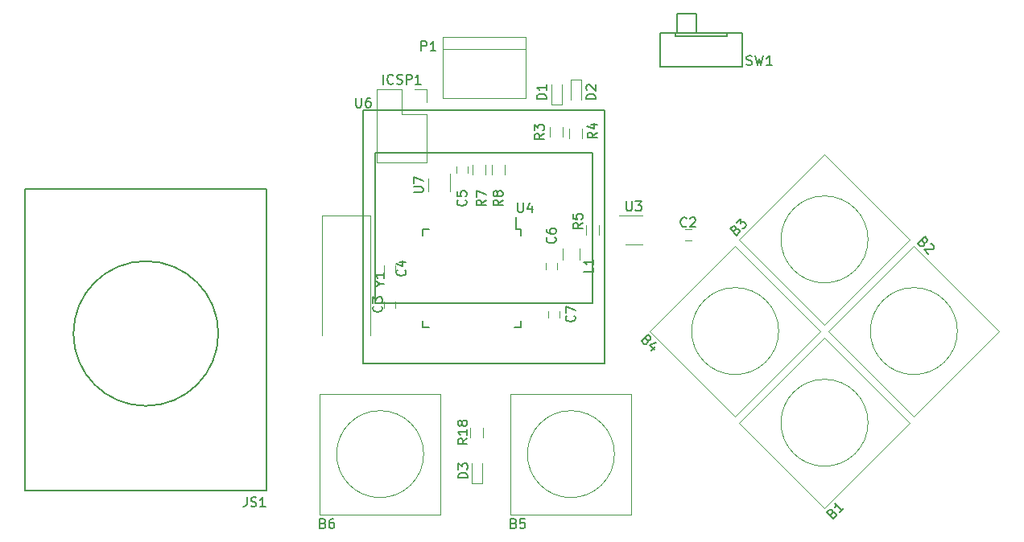
<source format=gbr>
G04 #@! TF.FileFunction,Legend,Top*
%FSLAX46Y46*%
G04 Gerber Fmt 4.6, Leading zero omitted, Abs format (unit mm)*
G04 Created by KiCad (PCBNEW 4.0.5) date 03/21/17 19:18:11*
%MOMM*%
%LPD*%
G01*
G04 APERTURE LIST*
%ADD10C,0.100000*%
%ADD11C,0.120000*%
%ADD12C,0.150000*%
G04 APERTURE END LIST*
D10*
D11*
X85404000Y-145796000D02*
X85404000Y-150936000D01*
X85404000Y-150936000D02*
X80204000Y-150936000D01*
X80204000Y-150936000D02*
X80204000Y-143196000D01*
X80204000Y-143196000D02*
X82804000Y-143196000D01*
X82804000Y-143196000D02*
X82804000Y-145796000D01*
X82804000Y-145796000D02*
X85404000Y-145796000D01*
X85404000Y-144526000D02*
X85404000Y-143196000D01*
X85404000Y-143196000D02*
X84134000Y-143196000D01*
D12*
X95345000Y-157893000D02*
X94770000Y-157893000D01*
X95345000Y-168243000D02*
X94670000Y-168243000D01*
X84995000Y-168243000D02*
X85670000Y-168243000D01*
X84995000Y-157893000D02*
X85670000Y-157893000D01*
X95345000Y-157893000D02*
X95345000Y-158568000D01*
X84995000Y-157893000D02*
X84995000Y-158568000D01*
X84995000Y-168243000D02*
X84995000Y-167568000D01*
X95345000Y-168243000D02*
X95345000Y-167568000D01*
X94770000Y-157893000D02*
X94770000Y-156618000D01*
D11*
X122435050Y-168656000D02*
G75*
G03X122435050Y-168656000I-4579050J0D01*
G01*
X117856000Y-159675744D02*
X126836256Y-168656000D01*
X126836256Y-168656000D02*
X117856000Y-177636256D01*
X117856000Y-177636256D02*
X108875744Y-168656000D01*
X108875744Y-168656000D02*
X117856000Y-159675744D01*
X131833050Y-178308000D02*
G75*
G03X131833050Y-178308000I-4579050J0D01*
G01*
X118273744Y-178308000D02*
X127254000Y-169327744D01*
X127254000Y-169327744D02*
X136234256Y-178308000D01*
X136234256Y-178308000D02*
X127254000Y-187288256D01*
X127254000Y-187288256D02*
X118273744Y-178308000D01*
X92284000Y-152138000D02*
X92284000Y-151138000D01*
X93644000Y-151138000D02*
X93644000Y-152138000D01*
X141231050Y-168656000D02*
G75*
G03X141231050Y-168656000I-4579050J0D01*
G01*
X136652000Y-177636256D02*
X127671744Y-168656000D01*
X127671744Y-168656000D02*
X136652000Y-159675744D01*
X136652000Y-159675744D02*
X145632256Y-168656000D01*
X145632256Y-168656000D02*
X136652000Y-177636256D01*
X131833050Y-159004000D02*
G75*
G03X131833050Y-159004000I-4579050J0D01*
G01*
X136234256Y-159004000D02*
X127254000Y-167984256D01*
X127254000Y-167984256D02*
X118273744Y-159004000D01*
X118273744Y-159004000D02*
X127254000Y-150023744D01*
X127254000Y-150023744D02*
X136234256Y-159004000D01*
X105163050Y-181610000D02*
G75*
G03X105163050Y-181610000I-4579050J0D01*
G01*
X106934000Y-187960000D02*
X94234000Y-187960000D01*
X94234000Y-187960000D02*
X94234000Y-175260000D01*
X94234000Y-175260000D02*
X106934000Y-175260000D01*
X106934000Y-175260000D02*
X106934000Y-187960000D01*
X85097050Y-181610000D02*
G75*
G03X85097050Y-181610000I-4579050J0D01*
G01*
X86868000Y-187960000D02*
X74168000Y-187960000D01*
X74168000Y-187960000D02*
X74168000Y-175260000D01*
X74168000Y-175260000D02*
X86868000Y-175260000D01*
X86868000Y-175260000D02*
X86868000Y-187960000D01*
X112553000Y-157896000D02*
X113253000Y-157896000D01*
X113253000Y-159096000D02*
X112553000Y-159096000D01*
X80934000Y-166212000D02*
X80934000Y-165512000D01*
X82134000Y-165512000D02*
X82134000Y-166212000D01*
X82134000Y-161702000D02*
X82134000Y-162402000D01*
X80934000Y-162402000D02*
X80934000Y-161702000D01*
X89754000Y-151288000D02*
X89754000Y-151988000D01*
X88554000Y-151988000D02*
X88554000Y-151288000D01*
X97952000Y-162148000D02*
X97952000Y-161448000D01*
X99152000Y-161448000D02*
X99152000Y-162148000D01*
X99406000Y-166528000D02*
X99406000Y-167228000D01*
X98206000Y-167228000D02*
X98206000Y-166528000D01*
X98510000Y-144810000D02*
X99610000Y-144810000D01*
X99610000Y-144810000D02*
X99610000Y-142710000D01*
X98510000Y-144810000D02*
X98510000Y-142710000D01*
X101642000Y-142210000D02*
X100542000Y-142210000D01*
X100542000Y-142210000D02*
X100542000Y-144310000D01*
X101642000Y-142210000D02*
X101642000Y-144310000D01*
X90128000Y-184688000D02*
X91228000Y-184688000D01*
X91228000Y-184688000D02*
X91228000Y-182588000D01*
X90128000Y-184688000D02*
X90128000Y-182588000D01*
X101464000Y-159928000D02*
X101464000Y-161128000D01*
X99704000Y-161128000D02*
X99704000Y-159928000D01*
X95790000Y-137702000D02*
X87090000Y-137702000D01*
X95790000Y-144112000D02*
X87090000Y-144112000D01*
X87090000Y-144112000D02*
X87090000Y-137702000D01*
X87090000Y-138932000D02*
X95790000Y-138932000D01*
X95790000Y-137702000D02*
X95790000Y-144112000D01*
X99740000Y-147201000D02*
X99740000Y-148201000D01*
X98380000Y-148201000D02*
X98380000Y-147201000D01*
X100412000Y-148328000D02*
X100412000Y-147328000D01*
X101772000Y-147328000D02*
X101772000Y-148328000D01*
X102190000Y-158488000D02*
X102190000Y-157488000D01*
X103550000Y-157488000D02*
X103550000Y-158488000D01*
X90252000Y-152138000D02*
X90252000Y-151138000D01*
X91612000Y-151138000D02*
X91612000Y-152138000D01*
X91358000Y-178824000D02*
X91358000Y-179824000D01*
X89998000Y-179824000D02*
X89998000Y-178824000D01*
X106308000Y-159548000D02*
X108068000Y-159548000D01*
X108068000Y-156478000D02*
X105638000Y-156478000D01*
X87901000Y-153989000D02*
X87901000Y-152089000D01*
X85581000Y-152589000D02*
X85581000Y-153989000D01*
X79512000Y-169095000D02*
X79512000Y-156495000D01*
X79512000Y-156495000D02*
X74412000Y-156495000D01*
X74412000Y-156495000D02*
X74412000Y-169095000D01*
D12*
X63500000Y-168910000D02*
G75*
G03X63500000Y-168910000I-7620000J0D01*
G01*
X68580000Y-185420000D02*
X43180000Y-185420000D01*
X43180000Y-185420000D02*
X43180000Y-153670000D01*
X43180000Y-153670000D02*
X68580000Y-153670000D01*
X68580000Y-153670000D02*
X68580000Y-185420000D01*
X80010000Y-162560000D02*
X80010000Y-165735000D01*
X102870000Y-162560000D02*
X102870000Y-165735000D01*
X80010000Y-149860000D02*
X102870000Y-149860000D01*
X102870000Y-149860000D02*
X102870000Y-162560000D01*
X102870000Y-165735000D02*
X80010000Y-165735000D01*
X80010000Y-162560000D02*
X80010000Y-149860000D01*
X78740000Y-145415000D02*
X104140000Y-145415000D01*
X104140000Y-145415000D02*
X104140000Y-172085000D01*
X104140000Y-172085000D02*
X78740000Y-172085000D01*
X78740000Y-172085000D02*
X78740000Y-145415000D01*
X111773000Y-137227000D02*
X111773000Y-135227000D01*
X111773000Y-135227000D02*
X113773000Y-135227000D01*
X113773000Y-135227000D02*
X113773000Y-137227000D01*
X116973000Y-137627000D02*
X111673000Y-137627000D01*
X111673000Y-137627000D02*
X111573000Y-137627000D01*
X111573000Y-137627000D02*
X111573000Y-137227000D01*
X116973000Y-137227000D02*
X116973000Y-137627000D01*
X109973000Y-140827000D02*
X109973000Y-137227000D01*
X118573000Y-137227000D02*
X109973000Y-137227000D01*
X118573000Y-140827000D02*
X118573000Y-137227000D01*
X118573000Y-140827000D02*
X109973000Y-140827000D01*
X80851619Y-142648381D02*
X80851619Y-141648381D01*
X81899238Y-142553143D02*
X81851619Y-142600762D01*
X81708762Y-142648381D01*
X81613524Y-142648381D01*
X81470666Y-142600762D01*
X81375428Y-142505524D01*
X81327809Y-142410286D01*
X81280190Y-142219810D01*
X81280190Y-142076952D01*
X81327809Y-141886476D01*
X81375428Y-141791238D01*
X81470666Y-141696000D01*
X81613524Y-141648381D01*
X81708762Y-141648381D01*
X81851619Y-141696000D01*
X81899238Y-141743619D01*
X82280190Y-142600762D02*
X82423047Y-142648381D01*
X82661143Y-142648381D01*
X82756381Y-142600762D01*
X82804000Y-142553143D01*
X82851619Y-142457905D01*
X82851619Y-142362667D01*
X82804000Y-142267429D01*
X82756381Y-142219810D01*
X82661143Y-142172190D01*
X82470666Y-142124571D01*
X82375428Y-142076952D01*
X82327809Y-142029333D01*
X82280190Y-141934095D01*
X82280190Y-141838857D01*
X82327809Y-141743619D01*
X82375428Y-141696000D01*
X82470666Y-141648381D01*
X82708762Y-141648381D01*
X82851619Y-141696000D01*
X83280190Y-142648381D02*
X83280190Y-141648381D01*
X83661143Y-141648381D01*
X83756381Y-141696000D01*
X83804000Y-141743619D01*
X83851619Y-141838857D01*
X83851619Y-141981714D01*
X83804000Y-142076952D01*
X83756381Y-142124571D01*
X83661143Y-142172190D01*
X83280190Y-142172190D01*
X84804000Y-142648381D02*
X84232571Y-142648381D01*
X84518285Y-142648381D02*
X84518285Y-141648381D01*
X84423047Y-141791238D01*
X84327809Y-141886476D01*
X84232571Y-141934095D01*
X94996095Y-155154381D02*
X94996095Y-155963905D01*
X95043714Y-156059143D01*
X95091333Y-156106762D01*
X95186571Y-156154381D01*
X95377048Y-156154381D01*
X95472286Y-156106762D01*
X95519905Y-156059143D01*
X95567524Y-155963905D01*
X95567524Y-155154381D01*
X96472286Y-155487714D02*
X96472286Y-156154381D01*
X96234190Y-155106762D02*
X95996095Y-155821048D01*
X96615143Y-155821048D01*
X108603299Y-169589283D02*
X108670642Y-169723970D01*
X108670641Y-169791314D01*
X108636970Y-169892329D01*
X108535955Y-169993344D01*
X108434939Y-170027016D01*
X108367596Y-170027016D01*
X108266581Y-169993344D01*
X107997206Y-169723970D01*
X108704313Y-169016863D01*
X108940016Y-169252566D01*
X108973688Y-169353581D01*
X108973688Y-169420924D01*
X108940016Y-169521939D01*
X108872672Y-169589283D01*
X108771657Y-169622955D01*
X108704314Y-169622955D01*
X108603299Y-169589283D01*
X108367596Y-169353580D01*
X109478764Y-170262718D02*
X109007359Y-170734123D01*
X109579778Y-169824985D02*
X108906343Y-170161703D01*
X109344076Y-170599436D01*
X128060283Y-187814701D02*
X128194970Y-187747358D01*
X128262314Y-187747359D01*
X128363329Y-187781030D01*
X128464344Y-187882045D01*
X128498016Y-187983061D01*
X128498016Y-188050404D01*
X128464344Y-188151419D01*
X128194970Y-188420794D01*
X127487863Y-187713687D01*
X127723566Y-187477984D01*
X127824581Y-187444312D01*
X127891924Y-187444312D01*
X127992939Y-187477984D01*
X128060283Y-187545328D01*
X128093955Y-187646343D01*
X128093955Y-187713686D01*
X128060283Y-187814701D01*
X127824580Y-188050404D01*
X129272466Y-187343297D02*
X128868405Y-187747359D01*
X129070435Y-187545328D02*
X128363328Y-186838222D01*
X128397000Y-187006580D01*
X128397000Y-187141267D01*
X128363328Y-187242282D01*
X93416381Y-154852666D02*
X92940190Y-155186000D01*
X93416381Y-155424095D02*
X92416381Y-155424095D01*
X92416381Y-155043142D01*
X92464000Y-154947904D01*
X92511619Y-154900285D01*
X92606857Y-154852666D01*
X92749714Y-154852666D01*
X92844952Y-154900285D01*
X92892571Y-154947904D01*
X92940190Y-155043142D01*
X92940190Y-155424095D01*
X92844952Y-154281238D02*
X92797333Y-154376476D01*
X92749714Y-154424095D01*
X92654476Y-154471714D01*
X92606857Y-154471714D01*
X92511619Y-154424095D01*
X92464000Y-154376476D01*
X92416381Y-154281238D01*
X92416381Y-154090761D01*
X92464000Y-153995523D01*
X92511619Y-153947904D01*
X92606857Y-153900285D01*
X92654476Y-153900285D01*
X92749714Y-153947904D01*
X92797333Y-153995523D01*
X92844952Y-154090761D01*
X92844952Y-154281238D01*
X92892571Y-154376476D01*
X92940190Y-154424095D01*
X93035429Y-154471714D01*
X93225905Y-154471714D01*
X93321143Y-154424095D01*
X93368762Y-154376476D01*
X93416381Y-154281238D01*
X93416381Y-154090761D01*
X93368762Y-153995523D01*
X93321143Y-153947904D01*
X93225905Y-153900285D01*
X93035429Y-153900285D01*
X92940190Y-153947904D01*
X92892571Y-153995523D01*
X92844952Y-154090761D01*
X137686299Y-159302283D02*
X137753642Y-159436970D01*
X137753641Y-159504314D01*
X137719970Y-159605329D01*
X137618955Y-159706344D01*
X137517939Y-159740016D01*
X137450596Y-159740016D01*
X137349581Y-159706344D01*
X137080206Y-159436970D01*
X137787313Y-158729863D01*
X138023016Y-158965566D01*
X138056688Y-159066581D01*
X138056688Y-159133924D01*
X138023016Y-159234939D01*
X137955672Y-159302283D01*
X137854657Y-159335955D01*
X137787314Y-159335955D01*
X137686299Y-159302283D01*
X137450596Y-159066580D01*
X138393405Y-159470641D02*
X138460748Y-159470641D01*
X138561763Y-159504313D01*
X138730123Y-159672672D01*
X138763794Y-159773688D01*
X138763794Y-159841031D01*
X138730123Y-159942046D01*
X138662779Y-160009390D01*
X138528092Y-160076733D01*
X137719970Y-160076733D01*
X138157703Y-160514466D01*
X117900283Y-157969701D02*
X118034970Y-157902358D01*
X118102314Y-157902359D01*
X118203329Y-157936030D01*
X118304344Y-158037045D01*
X118338016Y-158138061D01*
X118338016Y-158205404D01*
X118304344Y-158306419D01*
X118034970Y-158575794D01*
X117327863Y-157868687D01*
X117563566Y-157632984D01*
X117664581Y-157599312D01*
X117731924Y-157599312D01*
X117832939Y-157632984D01*
X117900283Y-157700328D01*
X117933955Y-157801343D01*
X117933955Y-157868686D01*
X117900283Y-157969701D01*
X117664580Y-158205404D01*
X117967626Y-157228924D02*
X118405359Y-156791190D01*
X118439030Y-157296267D01*
X118540046Y-157195251D01*
X118641061Y-157161579D01*
X118708405Y-157161579D01*
X118809421Y-157195252D01*
X118977779Y-157363610D01*
X119011451Y-157464626D01*
X119011451Y-157531969D01*
X118977779Y-157632984D01*
X118775748Y-157835015D01*
X118674733Y-157868687D01*
X118607390Y-157868687D01*
X94591239Y-188904571D02*
X94734096Y-188952190D01*
X94781715Y-188999810D01*
X94829334Y-189095048D01*
X94829334Y-189237905D01*
X94781715Y-189333143D01*
X94734096Y-189380762D01*
X94638858Y-189428381D01*
X94257905Y-189428381D01*
X94257905Y-188428381D01*
X94591239Y-188428381D01*
X94686477Y-188476000D01*
X94734096Y-188523619D01*
X94781715Y-188618857D01*
X94781715Y-188714095D01*
X94734096Y-188809333D01*
X94686477Y-188856952D01*
X94591239Y-188904571D01*
X94257905Y-188904571D01*
X95734096Y-188428381D02*
X95257905Y-188428381D01*
X95210286Y-188904571D01*
X95257905Y-188856952D01*
X95353143Y-188809333D01*
X95591239Y-188809333D01*
X95686477Y-188856952D01*
X95734096Y-188904571D01*
X95781715Y-188999810D01*
X95781715Y-189237905D01*
X95734096Y-189333143D01*
X95686477Y-189380762D01*
X95591239Y-189428381D01*
X95353143Y-189428381D01*
X95257905Y-189380762D01*
X95210286Y-189333143D01*
X74525239Y-188904571D02*
X74668096Y-188952190D01*
X74715715Y-188999810D01*
X74763334Y-189095048D01*
X74763334Y-189237905D01*
X74715715Y-189333143D01*
X74668096Y-189380762D01*
X74572858Y-189428381D01*
X74191905Y-189428381D01*
X74191905Y-188428381D01*
X74525239Y-188428381D01*
X74620477Y-188476000D01*
X74668096Y-188523619D01*
X74715715Y-188618857D01*
X74715715Y-188714095D01*
X74668096Y-188809333D01*
X74620477Y-188856952D01*
X74525239Y-188904571D01*
X74191905Y-188904571D01*
X75620477Y-188428381D02*
X75430000Y-188428381D01*
X75334762Y-188476000D01*
X75287143Y-188523619D01*
X75191905Y-188666476D01*
X75144286Y-188856952D01*
X75144286Y-189237905D01*
X75191905Y-189333143D01*
X75239524Y-189380762D01*
X75334762Y-189428381D01*
X75525239Y-189428381D01*
X75620477Y-189380762D01*
X75668096Y-189333143D01*
X75715715Y-189237905D01*
X75715715Y-188999810D01*
X75668096Y-188904571D01*
X75620477Y-188856952D01*
X75525239Y-188809333D01*
X75334762Y-188809333D01*
X75239524Y-188856952D01*
X75191905Y-188904571D01*
X75144286Y-188999810D01*
X112736334Y-157603143D02*
X112688715Y-157650762D01*
X112545858Y-157698381D01*
X112450620Y-157698381D01*
X112307762Y-157650762D01*
X112212524Y-157555524D01*
X112164905Y-157460286D01*
X112117286Y-157269810D01*
X112117286Y-157126952D01*
X112164905Y-156936476D01*
X112212524Y-156841238D01*
X112307762Y-156746000D01*
X112450620Y-156698381D01*
X112545858Y-156698381D01*
X112688715Y-156746000D01*
X112736334Y-156793619D01*
X113117286Y-156793619D02*
X113164905Y-156746000D01*
X113260143Y-156698381D01*
X113498239Y-156698381D01*
X113593477Y-156746000D01*
X113641096Y-156793619D01*
X113688715Y-156888857D01*
X113688715Y-156984095D01*
X113641096Y-157126952D01*
X113069667Y-157698381D01*
X113688715Y-157698381D01*
X80641143Y-166028666D02*
X80688762Y-166076285D01*
X80736381Y-166219142D01*
X80736381Y-166314380D01*
X80688762Y-166457238D01*
X80593524Y-166552476D01*
X80498286Y-166600095D01*
X80307810Y-166647714D01*
X80164952Y-166647714D01*
X79974476Y-166600095D01*
X79879238Y-166552476D01*
X79784000Y-166457238D01*
X79736381Y-166314380D01*
X79736381Y-166219142D01*
X79784000Y-166076285D01*
X79831619Y-166028666D01*
X79736381Y-165695333D02*
X79736381Y-165076285D01*
X80117333Y-165409619D01*
X80117333Y-165266761D01*
X80164952Y-165171523D01*
X80212571Y-165123904D01*
X80307810Y-165076285D01*
X80545905Y-165076285D01*
X80641143Y-165123904D01*
X80688762Y-165171523D01*
X80736381Y-165266761D01*
X80736381Y-165552476D01*
X80688762Y-165647714D01*
X80641143Y-165695333D01*
X83141143Y-162218666D02*
X83188762Y-162266285D01*
X83236381Y-162409142D01*
X83236381Y-162504380D01*
X83188762Y-162647238D01*
X83093524Y-162742476D01*
X82998286Y-162790095D01*
X82807810Y-162837714D01*
X82664952Y-162837714D01*
X82474476Y-162790095D01*
X82379238Y-162742476D01*
X82284000Y-162647238D01*
X82236381Y-162504380D01*
X82236381Y-162409142D01*
X82284000Y-162266285D01*
X82331619Y-162218666D01*
X82569714Y-161361523D02*
X83236381Y-161361523D01*
X82188762Y-161599619D02*
X82903048Y-161837714D01*
X82903048Y-161218666D01*
X89511143Y-154852666D02*
X89558762Y-154900285D01*
X89606381Y-155043142D01*
X89606381Y-155138380D01*
X89558762Y-155281238D01*
X89463524Y-155376476D01*
X89368286Y-155424095D01*
X89177810Y-155471714D01*
X89034952Y-155471714D01*
X88844476Y-155424095D01*
X88749238Y-155376476D01*
X88654000Y-155281238D01*
X88606381Y-155138380D01*
X88606381Y-155043142D01*
X88654000Y-154900285D01*
X88701619Y-154852666D01*
X88606381Y-153947904D02*
X88606381Y-154424095D01*
X89082571Y-154471714D01*
X89034952Y-154424095D01*
X88987333Y-154328857D01*
X88987333Y-154090761D01*
X89034952Y-153995523D01*
X89082571Y-153947904D01*
X89177810Y-153900285D01*
X89415905Y-153900285D01*
X89511143Y-153947904D01*
X89558762Y-153995523D01*
X89606381Y-154090761D01*
X89606381Y-154328857D01*
X89558762Y-154424095D01*
X89511143Y-154471714D01*
X98909143Y-158789666D02*
X98956762Y-158837285D01*
X99004381Y-158980142D01*
X99004381Y-159075380D01*
X98956762Y-159218238D01*
X98861524Y-159313476D01*
X98766286Y-159361095D01*
X98575810Y-159408714D01*
X98432952Y-159408714D01*
X98242476Y-159361095D01*
X98147238Y-159313476D01*
X98052000Y-159218238D01*
X98004381Y-159075380D01*
X98004381Y-158980142D01*
X98052000Y-158837285D01*
X98099619Y-158789666D01*
X98004381Y-157932523D02*
X98004381Y-158123000D01*
X98052000Y-158218238D01*
X98099619Y-158265857D01*
X98242476Y-158361095D01*
X98432952Y-158408714D01*
X98813905Y-158408714D01*
X98909143Y-158361095D01*
X98956762Y-158313476D01*
X99004381Y-158218238D01*
X99004381Y-158027761D01*
X98956762Y-157932523D01*
X98909143Y-157884904D01*
X98813905Y-157837285D01*
X98575810Y-157837285D01*
X98480571Y-157884904D01*
X98432952Y-157932523D01*
X98385333Y-158027761D01*
X98385333Y-158218238D01*
X98432952Y-158313476D01*
X98480571Y-158361095D01*
X98575810Y-158408714D01*
X100941143Y-167044666D02*
X100988762Y-167092285D01*
X101036381Y-167235142D01*
X101036381Y-167330380D01*
X100988762Y-167473238D01*
X100893524Y-167568476D01*
X100798286Y-167616095D01*
X100607810Y-167663714D01*
X100464952Y-167663714D01*
X100274476Y-167616095D01*
X100179238Y-167568476D01*
X100084000Y-167473238D01*
X100036381Y-167330380D01*
X100036381Y-167235142D01*
X100084000Y-167092285D01*
X100131619Y-167044666D01*
X100036381Y-166711333D02*
X100036381Y-166044666D01*
X101036381Y-166473238D01*
X97988381Y-144248095D02*
X96988381Y-144248095D01*
X96988381Y-144010000D01*
X97036000Y-143867142D01*
X97131238Y-143771904D01*
X97226476Y-143724285D01*
X97416952Y-143676666D01*
X97559810Y-143676666D01*
X97750286Y-143724285D01*
X97845524Y-143771904D01*
X97940762Y-143867142D01*
X97988381Y-144010000D01*
X97988381Y-144248095D01*
X97988381Y-142724285D02*
X97988381Y-143295714D01*
X97988381Y-143010000D02*
X96988381Y-143010000D01*
X97131238Y-143105238D01*
X97226476Y-143200476D01*
X97274095Y-143295714D01*
X103195381Y-144248095D02*
X102195381Y-144248095D01*
X102195381Y-144010000D01*
X102243000Y-143867142D01*
X102338238Y-143771904D01*
X102433476Y-143724285D01*
X102623952Y-143676666D01*
X102766810Y-143676666D01*
X102957286Y-143724285D01*
X103052524Y-143771904D01*
X103147762Y-143867142D01*
X103195381Y-144010000D01*
X103195381Y-144248095D01*
X102290619Y-143295714D02*
X102243000Y-143248095D01*
X102195381Y-143152857D01*
X102195381Y-142914761D01*
X102243000Y-142819523D01*
X102290619Y-142771904D01*
X102385857Y-142724285D01*
X102481095Y-142724285D01*
X102623952Y-142771904D01*
X103195381Y-143343333D01*
X103195381Y-142724285D01*
X89733381Y-184126095D02*
X88733381Y-184126095D01*
X88733381Y-183888000D01*
X88781000Y-183745142D01*
X88876238Y-183649904D01*
X88971476Y-183602285D01*
X89161952Y-183554666D01*
X89304810Y-183554666D01*
X89495286Y-183602285D01*
X89590524Y-183649904D01*
X89685762Y-183745142D01*
X89733381Y-183888000D01*
X89733381Y-184126095D01*
X88733381Y-183221333D02*
X88733381Y-182602285D01*
X89114333Y-182935619D01*
X89114333Y-182792761D01*
X89161952Y-182697523D01*
X89209571Y-182649904D01*
X89304810Y-182602285D01*
X89542905Y-182602285D01*
X89638143Y-182649904D01*
X89685762Y-182697523D01*
X89733381Y-182792761D01*
X89733381Y-183078476D01*
X89685762Y-183173714D01*
X89638143Y-183221333D01*
X102941381Y-161964666D02*
X102941381Y-162440857D01*
X101941381Y-162440857D01*
X102941381Y-161107523D02*
X102941381Y-161678952D01*
X102941381Y-161393238D02*
X101941381Y-161393238D01*
X102084238Y-161488476D01*
X102179476Y-161583714D01*
X102227095Y-161678952D01*
X84859905Y-139136381D02*
X84859905Y-138136381D01*
X85240858Y-138136381D01*
X85336096Y-138184000D01*
X85383715Y-138231619D01*
X85431334Y-138326857D01*
X85431334Y-138469714D01*
X85383715Y-138564952D01*
X85336096Y-138612571D01*
X85240858Y-138660190D01*
X84859905Y-138660190D01*
X86383715Y-139136381D02*
X85812286Y-139136381D01*
X86098000Y-139136381D02*
X86098000Y-138136381D01*
X86002762Y-138279238D01*
X85907524Y-138374476D01*
X85812286Y-138422095D01*
X97734381Y-147867666D02*
X97258190Y-148201000D01*
X97734381Y-148439095D02*
X96734381Y-148439095D01*
X96734381Y-148058142D01*
X96782000Y-147962904D01*
X96829619Y-147915285D01*
X96924857Y-147867666D01*
X97067714Y-147867666D01*
X97162952Y-147915285D01*
X97210571Y-147962904D01*
X97258190Y-148058142D01*
X97258190Y-148439095D01*
X96734381Y-147534333D02*
X96734381Y-146915285D01*
X97115333Y-147248619D01*
X97115333Y-147105761D01*
X97162952Y-147010523D01*
X97210571Y-146962904D01*
X97305810Y-146915285D01*
X97543905Y-146915285D01*
X97639143Y-146962904D01*
X97686762Y-147010523D01*
X97734381Y-147105761D01*
X97734381Y-147391476D01*
X97686762Y-147486714D01*
X97639143Y-147534333D01*
X103322381Y-147740666D02*
X102846190Y-148074000D01*
X103322381Y-148312095D02*
X102322381Y-148312095D01*
X102322381Y-147931142D01*
X102370000Y-147835904D01*
X102417619Y-147788285D01*
X102512857Y-147740666D01*
X102655714Y-147740666D01*
X102750952Y-147788285D01*
X102798571Y-147835904D01*
X102846190Y-147931142D01*
X102846190Y-148312095D01*
X102655714Y-146883523D02*
X103322381Y-146883523D01*
X102274762Y-147121619D02*
X102989048Y-147359714D01*
X102989048Y-146740666D01*
X101798381Y-157265666D02*
X101322190Y-157599000D01*
X101798381Y-157837095D02*
X100798381Y-157837095D01*
X100798381Y-157456142D01*
X100846000Y-157360904D01*
X100893619Y-157313285D01*
X100988857Y-157265666D01*
X101131714Y-157265666D01*
X101226952Y-157313285D01*
X101274571Y-157360904D01*
X101322190Y-157456142D01*
X101322190Y-157837095D01*
X100798381Y-156360904D02*
X100798381Y-156837095D01*
X101274571Y-156884714D01*
X101226952Y-156837095D01*
X101179333Y-156741857D01*
X101179333Y-156503761D01*
X101226952Y-156408523D01*
X101274571Y-156360904D01*
X101369810Y-156313285D01*
X101607905Y-156313285D01*
X101703143Y-156360904D01*
X101750762Y-156408523D01*
X101798381Y-156503761D01*
X101798381Y-156741857D01*
X101750762Y-156837095D01*
X101703143Y-156884714D01*
X91638381Y-154852666D02*
X91162190Y-155186000D01*
X91638381Y-155424095D02*
X90638381Y-155424095D01*
X90638381Y-155043142D01*
X90686000Y-154947904D01*
X90733619Y-154900285D01*
X90828857Y-154852666D01*
X90971714Y-154852666D01*
X91066952Y-154900285D01*
X91114571Y-154947904D01*
X91162190Y-155043142D01*
X91162190Y-155424095D01*
X90638381Y-154519333D02*
X90638381Y-153852666D01*
X91638381Y-154281238D01*
X89680381Y-179966857D02*
X89204190Y-180300191D01*
X89680381Y-180538286D02*
X88680381Y-180538286D01*
X88680381Y-180157333D01*
X88728000Y-180062095D01*
X88775619Y-180014476D01*
X88870857Y-179966857D01*
X89013714Y-179966857D01*
X89108952Y-180014476D01*
X89156571Y-180062095D01*
X89204190Y-180157333D01*
X89204190Y-180538286D01*
X89680381Y-179014476D02*
X89680381Y-179585905D01*
X89680381Y-179300191D02*
X88680381Y-179300191D01*
X88823238Y-179395429D01*
X88918476Y-179490667D01*
X88966095Y-179585905D01*
X89108952Y-178443048D02*
X89061333Y-178538286D01*
X89013714Y-178585905D01*
X88918476Y-178633524D01*
X88870857Y-178633524D01*
X88775619Y-178585905D01*
X88728000Y-178538286D01*
X88680381Y-178443048D01*
X88680381Y-178252571D01*
X88728000Y-178157333D01*
X88775619Y-178109714D01*
X88870857Y-178062095D01*
X88918476Y-178062095D01*
X89013714Y-178109714D01*
X89061333Y-178157333D01*
X89108952Y-178252571D01*
X89108952Y-178443048D01*
X89156571Y-178538286D01*
X89204190Y-178585905D01*
X89299429Y-178633524D01*
X89489905Y-178633524D01*
X89585143Y-178585905D01*
X89632762Y-178538286D01*
X89680381Y-178443048D01*
X89680381Y-178252571D01*
X89632762Y-178157333D01*
X89585143Y-178109714D01*
X89489905Y-178062095D01*
X89299429Y-178062095D01*
X89204190Y-178109714D01*
X89156571Y-178157333D01*
X89108952Y-178252571D01*
X106426095Y-154990381D02*
X106426095Y-155799905D01*
X106473714Y-155895143D01*
X106521333Y-155942762D01*
X106616571Y-155990381D01*
X106807048Y-155990381D01*
X106902286Y-155942762D01*
X106949905Y-155895143D01*
X106997524Y-155799905D01*
X106997524Y-154990381D01*
X107378476Y-154990381D02*
X107997524Y-154990381D01*
X107664190Y-155371333D01*
X107807048Y-155371333D01*
X107902286Y-155418952D01*
X107949905Y-155466571D01*
X107997524Y-155561810D01*
X107997524Y-155799905D01*
X107949905Y-155895143D01*
X107902286Y-155942762D01*
X107807048Y-155990381D01*
X107521333Y-155990381D01*
X107426095Y-155942762D01*
X107378476Y-155895143D01*
X84034381Y-154050905D02*
X84843905Y-154050905D01*
X84939143Y-154003286D01*
X84986762Y-153955667D01*
X85034381Y-153860429D01*
X85034381Y-153669952D01*
X84986762Y-153574714D01*
X84939143Y-153527095D01*
X84843905Y-153479476D01*
X84034381Y-153479476D01*
X84034381Y-153098524D02*
X84034381Y-152431857D01*
X85034381Y-152860429D01*
X80488190Y-163671191D02*
X80964381Y-163671191D01*
X79964381Y-164004524D02*
X80488190Y-163671191D01*
X79964381Y-163337857D01*
X80964381Y-162480714D02*
X80964381Y-163052143D01*
X80964381Y-162766429D02*
X79964381Y-162766429D01*
X80107238Y-162861667D01*
X80202476Y-162956905D01*
X80250095Y-163052143D01*
X66500477Y-186142381D02*
X66500477Y-186856667D01*
X66452857Y-186999524D01*
X66357619Y-187094762D01*
X66214762Y-187142381D01*
X66119524Y-187142381D01*
X66929048Y-187094762D02*
X67071905Y-187142381D01*
X67310001Y-187142381D01*
X67405239Y-187094762D01*
X67452858Y-187047143D01*
X67500477Y-186951905D01*
X67500477Y-186856667D01*
X67452858Y-186761429D01*
X67405239Y-186713810D01*
X67310001Y-186666190D01*
X67119524Y-186618571D01*
X67024286Y-186570952D01*
X66976667Y-186523333D01*
X66929048Y-186428095D01*
X66929048Y-186332857D01*
X66976667Y-186237619D01*
X67024286Y-186190000D01*
X67119524Y-186142381D01*
X67357620Y-186142381D01*
X67500477Y-186190000D01*
X68452858Y-187142381D02*
X67881429Y-187142381D01*
X68167143Y-187142381D02*
X68167143Y-186142381D01*
X68071905Y-186285238D01*
X67976667Y-186380476D01*
X67881429Y-186428095D01*
X77978095Y-144105381D02*
X77978095Y-144914905D01*
X78025714Y-145010143D01*
X78073333Y-145057762D01*
X78168571Y-145105381D01*
X78359048Y-145105381D01*
X78454286Y-145057762D01*
X78501905Y-145010143D01*
X78549524Y-144914905D01*
X78549524Y-144105381D01*
X79454286Y-144105381D02*
X79263809Y-144105381D01*
X79168571Y-144153000D01*
X79120952Y-144200619D01*
X79025714Y-144343476D01*
X78978095Y-144533952D01*
X78978095Y-144914905D01*
X79025714Y-145010143D01*
X79073333Y-145057762D01*
X79168571Y-145105381D01*
X79359048Y-145105381D01*
X79454286Y-145057762D01*
X79501905Y-145010143D01*
X79549524Y-144914905D01*
X79549524Y-144676810D01*
X79501905Y-144581571D01*
X79454286Y-144533952D01*
X79359048Y-144486333D01*
X79168571Y-144486333D01*
X79073333Y-144533952D01*
X79025714Y-144581571D01*
X78978095Y-144676810D01*
X119062667Y-140612762D02*
X119205524Y-140660381D01*
X119443620Y-140660381D01*
X119538858Y-140612762D01*
X119586477Y-140565143D01*
X119634096Y-140469905D01*
X119634096Y-140374667D01*
X119586477Y-140279429D01*
X119538858Y-140231810D01*
X119443620Y-140184190D01*
X119253143Y-140136571D01*
X119157905Y-140088952D01*
X119110286Y-140041333D01*
X119062667Y-139946095D01*
X119062667Y-139850857D01*
X119110286Y-139755619D01*
X119157905Y-139708000D01*
X119253143Y-139660381D01*
X119491239Y-139660381D01*
X119634096Y-139708000D01*
X119967429Y-139660381D02*
X120205524Y-140660381D01*
X120396001Y-139946095D01*
X120586477Y-140660381D01*
X120824572Y-139660381D01*
X121729334Y-140660381D02*
X121157905Y-140660381D01*
X121443619Y-140660381D02*
X121443619Y-139660381D01*
X121348381Y-139803238D01*
X121253143Y-139898476D01*
X121157905Y-139946095D01*
M02*

</source>
